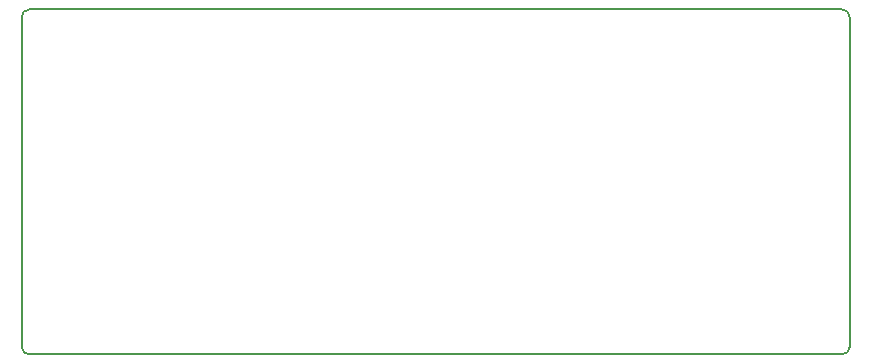
<source format=gbr>
G04 #@! TF.FileFunction,Profile,NP*
%FSLAX46Y46*%
G04 Gerber Fmt 4.6, Leading zero omitted, Abs format (unit mm)*
G04 Created by KiCad (PCBNEW 4.0.4-stable) date Sunday, October 16, 2016 'PMt' 01:32:53 PM*
%MOMM*%
%LPD*%
G01*
G04 APERTURE LIST*
%ADD10C,0.100000*%
%ADD11C,0.150000*%
G04 APERTURE END LIST*
D10*
D11*
X115697000Y-77216000D02*
X115697000Y-105156000D01*
X185166000Y-76581000D02*
X116332000Y-76581000D01*
X185801000Y-105156000D02*
X185801000Y-77216000D01*
X116332000Y-105791000D02*
X185166000Y-105791000D01*
X115697000Y-105156000D02*
G75*
G03X116332000Y-105791000I635000J0D01*
G01*
X185801000Y-77216000D02*
G75*
G03X185166000Y-76581000I-635000J0D01*
G01*
X185166000Y-105791000D02*
G75*
G03X185801000Y-105156000I0J635000D01*
G01*
X116332000Y-76581000D02*
G75*
G03X115697000Y-77216000I0J-635000D01*
G01*
M02*

</source>
